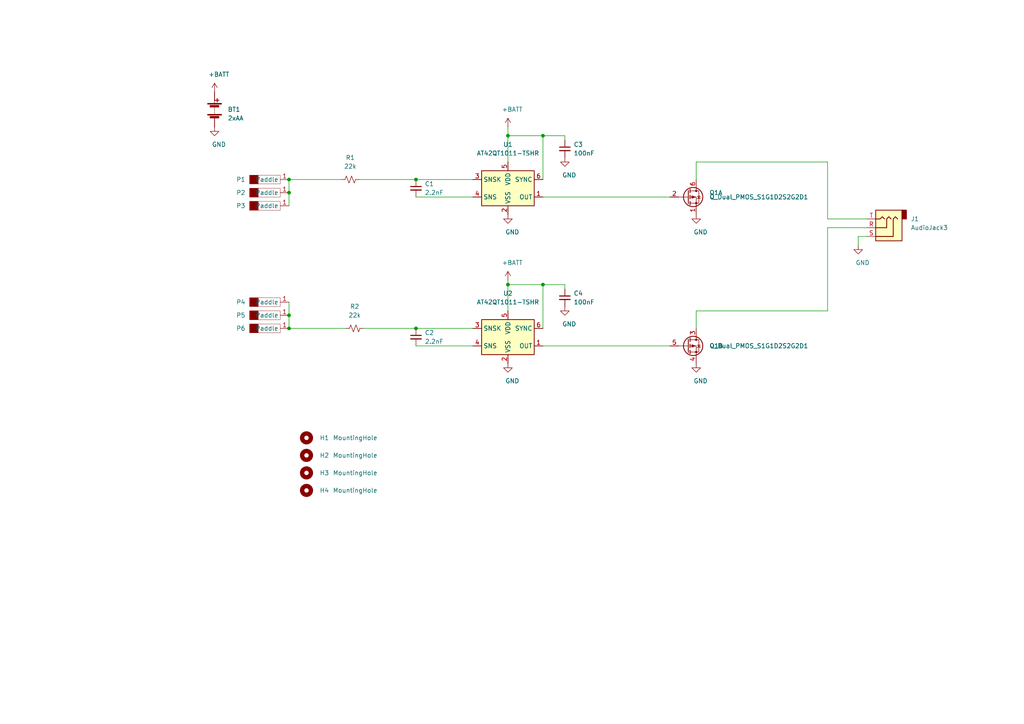
<source format=kicad_sch>
(kicad_sch (version 20201015) (generator eeschema)
  (paper "A4")
  (lib_symbols
    (symbol "08-TouchKey:TouchPaddles_1" (in_bom no)
      (property "Reference" "P" (at 0 0 0))
      (property "Value" "TouchPaddles" (at 2.54 -2.54 0))
      (symbol "TouchPaddles_1_0_1"
        (rectangle (start 2.54 1.27) (end 11.43 -1.27) (stroke (width 0.0006)))
        (rectangle (start 8.89 1.27) (end 11.43 -1.27) (stroke (width 0.001)) (fill (type outline)))
      )
      (symbol "TouchPaddles_1_1_1"
        (pin input line (at 0 0 0) (length 2.54) (name "Paddle") (number "1"))
      )
    )
    (symbol "Connector:AudioJack3"
      (property "Reference" "J" (at 0 8.89 0))
      (property "Value" "AudioJack3" (at 0 6.35 0))
      (symbol "AudioJack3_0_1"
        (rectangle (start -5.08 -5.08) (end -6.35 -2.54) (stroke (width 0.254)) (fill (type outline)))
        (rectangle (start 2.54 3.81) (end -5.08 -5.08) (stroke (width 0.254)) (fill (type background)))
        (polyline (pts (xy 0 -2.54) (xy 0.635 -3.175) (xy 1.27 -2.54) (xy 2.54 -2.54)) (stroke (width 0.254)))
        (polyline (pts (xy -1.905 -2.54) (xy -1.27 -3.175) (xy -0.635 -2.54) (xy -0.635 0) (xy 2.54 0)) (stroke (width 0.254)))
        (polyline (pts (xy 2.54 2.54) (xy -2.54 2.54) (xy -2.54 -2.54) (xy -3.175 -3.175) (xy -3.81 -2.54)) (stroke (width 0.254)))
      )
      (symbol "AudioJack3_1_1"
        (pin passive line (at 5.08 0 180) (length 2.54) (name "~") (number "R"))
        (pin passive line (at 5.08 2.54 180) (length 2.54) (name "~") (number "S"))
        (pin passive line (at 5.08 -2.54 180) (length 2.54) (name "~") (number "T"))
      )
    )
    (symbol "Device:Battery" (pin_numbers hide) (pin_names (offset 0) hide)
      (property "Reference" "BT" (at 2.54 2.54 0))
      (property "Value" "Battery" (at 2.54 0 0))
      (symbol "Battery_0_1"
        (rectangle (start -2.032 -1.397) (end 2.032 -1.651) (fill (type outline)))
        (rectangle (start -2.032 1.778) (end 2.032 1.524) (fill (type outline)))
        (rectangle (start -1.3208 -1.9812) (end 1.27 -2.4892) (fill (type outline)))
        (rectangle (start -1.3208 1.1938) (end 1.27 0.6858) (fill (type outline)))
        (polyline (pts (xy 0 -1.524) (xy 0 -1.27)))
        (polyline (pts (xy 0 -1.016) (xy 0 -0.762)))
        (polyline (pts (xy 0 -0.508) (xy 0 -0.254)))
        (polyline (pts (xy 0 0) (xy 0 0.254)))
        (polyline (pts (xy 0 0.508) (xy 0 0.762)))
        (polyline (pts (xy 0 1.778) (xy 0 2.54)))
        (polyline (pts (xy 0.254 2.667) (xy 1.27 2.667)) (stroke (width 0.254)))
        (polyline (pts (xy 0.762 3.175) (xy 0.762 2.159)) (stroke (width 0.254)))
      )
      (symbol "Battery_1_1"
        (pin passive line (at 0 5.08 270) (length 2.54) (name "+") (number "1"))
        (pin passive line (at 0 -5.08 90) (length 2.54) (name "-") (number "2"))
      )
    )
    (symbol "Device:C_Small" (pin_numbers hide) (pin_names (offset 0.254) hide)
      (property "Reference" "C" (at 0.254 1.778 0))
      (property "Value" "C_Small" (at 0.254 -2.032 0))
      (symbol "C_Small_0_1"
        (polyline (pts (xy -1.524 -0.508) (xy 1.524 -0.508)) (stroke (width 0.3302)))
        (polyline (pts (xy -1.524 0.508) (xy 1.524 0.508)) (stroke (width 0.3048)))
      )
      (symbol "C_Small_1_1"
        (pin passive line (at 0 2.54 270) (length 2.032) (name "~") (number "1"))
        (pin passive line (at 0 -2.54 90) (length 2.032) (name "~") (number "2"))
      )
    )
    (symbol "Device:Q_Dual_PMOS_S1G1D2S2G2D1" (pin_names (offset 0) hide)
      (property "Reference" "Q" (at 6.35 1.27 0))
      (property "Value" "Q_Dual_PMOS_S1G1D2S2G2D1" (at 19.05 -1.27 0))
      (symbol "Q_Dual_PMOS_S1G1D2S2G2D1_0_1"
        (circle (center 1.651 0) (radius 2.794) (stroke (width 0.254)))
        (circle (center 2.54 -1.778) (radius 0.254) (fill (type outline)))
        (circle (center 2.54 1.778) (radius 0.254) (fill (type outline)))
        (polyline (pts (xy 0.254 0) (xy -2.54 0)))
        (polyline (pts (xy 0.254 1.905) (xy 0.254 -1.905)) (stroke (width 0.254)))
        (polyline (pts (xy 0.762 -1.27) (xy 0.762 -2.286)) (stroke (width 0.254)))
        (polyline (pts (xy 0.762 0.508) (xy 0.762 -0.508)) (stroke (width 0.254)))
        (polyline (pts (xy 0.762 2.286) (xy 0.762 1.27)) (stroke (width 0.254)))
        (polyline (pts (xy 2.54 2.54) (xy 2.54 1.778)))
        (polyline (pts (xy 2.54 -2.54) (xy 2.54 0) (xy 0.762 0)))
        (polyline (pts (xy 0.762 1.778) (xy 3.302 1.778) (xy 3.302 -1.778) (xy 0.762 -1.778)))
        (polyline (pts (xy 2.286 0) (xy 1.27 0.381) (xy 1.27 -0.381) (xy 2.286 0)) (fill (type outline)))
        (polyline (pts (xy 2.794 -0.508) (xy 2.921 -0.381) (xy 3.683 -0.381) (xy 3.81 -0.254)))
        (polyline (pts (xy 3.302 -0.381) (xy 2.921 0.254) (xy 3.683 0.254) (xy 3.302 -0.381)))
      )
      (symbol "Q_Dual_PMOS_S1G1D2S2G2D1_1_1"
        (pin passive line (at 2.54 -5.08 90) (length 2.54) (name "S") (number "1"))
        (pin input line (at -5.08 0 0) (length 2.54) (name "G") (number "2"))
        (pin passive line (at 2.54 5.08 270) (length 2.54) (name "D") (number "6"))
      )
      (symbol "Q_Dual_PMOS_S1G1D2S2G2D1_2_1"
        (pin passive line (at 2.54 5.08 270) (length 2.54) (name "D") (number "3"))
        (pin passive line (at 2.54 -5.08 90) (length 2.54) (name "S") (number "4"))
        (pin input line (at -5.08 0 0) (length 2.54) (name "G") (number "5"))
      )
    )
    (symbol "Device:R_Small_US" (pin_numbers hide) (pin_names (offset 0.254) hide)
      (property "Reference" "R" (at 0.762 0.508 0))
      (property "Value" "R_Small_US" (at 0.762 -1.016 0))
      (symbol "R_Small_US_1_1"
        (polyline (pts (xy 0 0) (xy 1.016 -0.381) (xy 0 -0.762) (xy -1.016 -1.143) (xy 0 -1.524)))
        (polyline (pts (xy 0 1.524) (xy 1.016 1.143) (xy 0 0.762) (xy -1.016 0.381) (xy 0 0)))
        (pin passive line (at 0 2.54 270) (length 1.016) (name "~") (number "1"))
        (pin passive line (at 0 -2.54 90) (length 1.016) (name "~") (number "2"))
      )
    )
    (symbol "Mechanical:MountingHole" (pin_names (offset 1.016))
      (property "Reference" "H" (at 0 5.08 0))
      (property "Value" "MountingHole" (at 0 3.175 0))
      (symbol "MountingHole_0_1"
        (circle (center 0 0) (radius 1.27) (stroke (width 1.27)))
      )
    )
    (symbol "Sensor_Touch:AT42QT1011-TSHR"
      (property "Reference" "U" (at -2.54 8.255 0))
      (property "Value" "AT42QT1011-TSHR" (at -2.54 6.35 0))
      (symbol "AT42QT1011-TSHR_0_1"
        (rectangle (start -7.62 5.08) (end 7.62 -5.08) (stroke (width 0.254)) (fill (type background)))
      )
      (symbol "AT42QT1011-TSHR_1_1"
        (pin output line (at -10.16 -2.54 0) (length 2.54) (name "OUT") (number "1"))
        (pin power_in line (at 0 -7.62 90) (length 2.54) (name "VSS") (number "2"))
        (pin passive line (at 10.16 2.54 180) (length 2.54) (name "SNSK") (number "3"))
        (pin passive line (at 10.16 -2.54 180) (length 2.54) (name "SNS") (number "4"))
        (pin power_in line (at 0 7.62 270) (length 2.54) (name "VDD") (number "5"))
        (pin input line (at -10.16 2.54 0) (length 2.54) (name "SYNC") (number "6"))
      )
    )
    (symbol "power:+BATT" (power) (pin_names (offset 0))
      (property "Value" "+BATT" (at 0 3.556 0))
      (symbol "+BATT_0_1"
        (polyline (pts (xy -0.762 1.27) (xy 0 2.54)))
        (polyline (pts (xy 0 0) (xy 0 2.54)))
        (polyline (pts (xy 0 2.54) (xy 0.762 1.27)))
      )
      (symbol "+BATT_1_1"
        (pin power_in line (at 0 0 90) (length 0) hide (name "+BATT") (number "1"))
      )
    )
    (symbol "power:GND" (power) (pin_names (offset 0))
      (property "Value" "GND" (at 0 -3.81 0))
      (symbol "GND_0_1"
        (polyline (pts (xy 0 0) (xy 0 -1.27) (xy 1.27 -1.27) (xy 0 -2.54) (xy -1.27 -1.27) (xy 0 -1.27)))
      )
      (symbol "GND_1_1"
        (pin power_in line (at 0 0 270) (length 0) hide (name "GND") (number "1"))
      )
    )
  )
  (junction (at 83.82 52.07) (diameter 0.9144))
  (junction (at 83.82 55.88) (diameter 0.9144))
  (junction (at 83.82 91.44) (diameter 0.9144))
  (junction (at 83.82 95.25) (diameter 0.9144))
  (junction (at 120.65 52.07) (diameter 0.9144))
  (junction (at 120.65 95.25) (diameter 0.9144))
  (junction (at 147.32 39.37) (diameter 0.9144))
  (junction (at 147.32 82.55) (diameter 0.9144))
  (junction (at 157.48 39.37) (diameter 0.9144))
  (junction (at 157.48 82.55) (diameter 0.9144))
  (wire (pts (xy 83.82 52.07) (xy 83.82 55.88)))
  (wire (pts (xy 83.82 52.07) (xy 99.06 52.07)))
  (wire (pts (xy 83.82 55.88) (xy 83.82 59.69)))
  (wire (pts (xy 83.82 87.63) (xy 83.82 91.44)))
  (wire (pts (xy 83.82 95.25) (xy 83.82 91.44)))
  (wire (pts (xy 83.82 95.25) (xy 100.33 95.25)))
  (wire (pts (xy 104.14 52.07) (xy 120.65 52.07)))
  (wire (pts (xy 105.41 95.25) (xy 120.65 95.25)))
  (wire (pts (xy 120.65 52.07) (xy 137.16 52.07)))
  (wire (pts (xy 120.65 57.15) (xy 137.16 57.15)))
  (wire (pts (xy 120.65 95.25) (xy 137.16 95.25)))
  (wire (pts (xy 120.65 100.33) (xy 137.16 100.33)))
  (wire (pts (xy 147.32 36.83) (xy 147.32 39.37)))
  (wire (pts (xy 147.32 39.37) (xy 147.32 46.99)))
  (wire (pts (xy 147.32 39.37) (xy 157.48 39.37)))
  (wire (pts (xy 147.32 81.28) (xy 147.32 82.55)))
  (wire (pts (xy 147.32 82.55) (xy 147.32 90.17)))
  (wire (pts (xy 147.32 82.55) (xy 157.48 82.55)))
  (wire (pts (xy 157.48 39.37) (xy 157.48 52.07)))
  (wire (pts (xy 157.48 39.37) (xy 163.83 39.37)))
  (wire (pts (xy 157.48 57.15) (xy 194.31 57.15)))
  (wire (pts (xy 157.48 82.55) (xy 157.48 95.25)))
  (wire (pts (xy 157.48 82.55) (xy 163.83 82.55)))
  (wire (pts (xy 157.48 100.33) (xy 194.31 100.33)))
  (wire (pts (xy 163.83 39.37) (xy 163.83 40.64)))
  (wire (pts (xy 163.83 82.55) (xy 163.83 83.82)))
  (wire (pts (xy 201.93 46.99) (xy 240.03 46.99)))
  (wire (pts (xy 201.93 52.07) (xy 201.93 46.99)))
  (wire (pts (xy 201.93 90.17) (xy 240.03 90.17)))
  (wire (pts (xy 201.93 95.25) (xy 201.93 90.17)))
  (wire (pts (xy 240.03 63.5) (xy 240.03 46.99)))
  (wire (pts (xy 240.03 66.04) (xy 240.03 90.17)))
  (wire (pts (xy 248.92 68.58) (xy 248.92 71.12)))
  (wire (pts (xy 251.46 63.5) (xy 240.03 63.5)))
  (wire (pts (xy 251.46 66.04) (xy 240.03 66.04)))
  (wire (pts (xy 251.46 68.58) (xy 248.92 68.58)))
  (symbol (lib_id "power:+BATT") (at 62.23 26.67 0) (unit 1)
    (property "Reference" "#PWR0106" (effects hide))
    (property "Value" "+BATT" (at 63.5 21.59 0))
  )
  (symbol (lib_id "power:+BATT") (at 147.32 36.83 0) (unit 1)
    (property "Reference" "#PWR0104" (effects hide))
    (property "Value" "+BATT" (at 148.59 31.75 0))
  )
  (symbol (lib_id "power:+BATT") (at 147.32 81.28 0) (unit 1)
    (property "Reference" "#PWR0102" (effects hide))
    (property "Value" "+BATT" (at 148.59 76.2 0))
  )
  (symbol (lib_id "power:GND") (at 62.23 36.83 0) (unit 1)
    (property "Reference" "#PWR0107" (effects hide))
    (property "Value" "GND" (at 63.5 41.91 0))
  )
  (symbol (lib_id "power:GND") (at 147.32 62.23 0) (unit 1)
    (property "Reference" "#PWR0101" (effects hide))
    (property "Value" "GND" (at 148.59 67.31 0))
  )
  (symbol (lib_id "power:GND") (at 147.32 105.41 0) (unit 1)
    (property "Reference" "#PWR0103" (effects hide))
    (property "Value" "GND" (at 148.59 110.49 0))
  )
  (symbol (lib_id "power:GND") (at 163.83 45.72 0) (unit 1)
    (property "Reference" "#PWR0105" (effects hide))
    (property "Value" "GND" (at 165.1 50.8 0))
  )
  (symbol (lib_id "power:GND") (at 163.83 88.9 0) (unit 1)
    (property "Reference" "#PWR0109" (effects hide))
    (property "Value" "GND" (at 165.1 93.98 0))
  )
  (symbol (lib_id "power:GND") (at 201.93 62.23 0) (unit 1)
    (property "Reference" "#PWR0110" (effects hide))
    (property "Value" "GND" (at 203.2 67.31 0))
  )
  (symbol (lib_id "power:GND") (at 201.93 105.41 0) (unit 1)
    (property "Reference" "#PWR0108" (effects hide))
    (property "Value" "GND" (at 203.2 110.49 0))
  )
  (symbol (lib_id "power:GND") (at 248.92 71.12 0) (unit 1)
    (property "Reference" "#PWR0111" (effects hide))
    (property "Value" "GND" (at 250.19 76.2 0))
  )
  (symbol (lib_id "Device:R_Small_US") (at 101.6 52.07 90) (unit 1)
    (property "Reference" "R1" (at 101.6 45.72 90))
    (property "Value" "22k" (at 101.6 48.26 90))
    (property "Footprint" "Resistor_SMD:R_0603_1608Metric_Pad0.98x0.95mm_HandSolder" (effects hide))
  )
  (symbol (lib_id "Device:R_Small_US") (at 102.87 95.25 90) (unit 1)
    (property "Reference" "R2" (at 102.87 88.9 90))
    (property "Value" "22k" (at 102.87 91.44 90))
    (property "Footprint" "Resistor_SMD:R_0603_1608Metric_Pad0.98x0.95mm_HandSolder" (effects hide))
  )
  (symbol (lib_id "Mechanical:MountingHole") (at 88.9 127 0) (unit 1)
    (property "Reference" "H1" (at 92.71 127 0) (effects (justify left)))
    (property "Value" "MountingHole" (at 96.52 127 0) (effects (justify left)))
    (property "Footprint" "MountingHole:MountingHole_3.2mm_M3" (effects hide))
  )
  (symbol (lib_id "Mechanical:MountingHole") (at 88.9 132.08 0) (unit 1)
    (property "Reference" "H2" (at 92.71 132.08 0) (effects (justify left)))
    (property "Value" "MountingHole" (at 96.52 132.08 0) (effects (justify left)))
    (property "Footprint" "MountingHole:MountingHole_3.2mm_M3" (effects hide))
  )
  (symbol (lib_id "Mechanical:MountingHole") (at 88.9 137.16 0) (unit 1)
    (property "Reference" "H3" (at 92.71 137.16 0) (effects (justify left)))
    (property "Value" "MountingHole" (at 96.52 137.16 0) (effects (justify left)))
    (property "Footprint" "MountingHole:MountingHole_3.2mm_M3" (effects hide))
  )
  (symbol (lib_id "Mechanical:MountingHole") (at 88.9 142.24 0) (unit 1)
    (property "Reference" "H4" (at 92.71 142.24 0) (effects (justify left)))
    (property "Value" "MountingHole" (at 96.52 142.24 0) (effects (justify left)))
    (property "Footprint" "MountingHole:MountingHole_3.2mm_M3" (effects hide))
  )
  (symbol (lib_id "Device:C_Small") (at 120.65 54.61 0) (unit 1)
    (property "Reference" "C1" (at 123.19 53.34 0) (effects (justify left)))
    (property "Value" "2.2nF" (at 123.19 55.88 0) (effects (justify left)))
    (property "Footprint" "Capacitor_SMD:C_0603_1608Metric_Pad1.08x0.95mm_HandSolder" (effects hide))
  )
  (symbol (lib_id "Device:C_Small") (at 120.65 97.79 0) (unit 1)
    (property "Reference" "C2" (at 123.19 96.52 0) (effects (justify left)))
    (property "Value" "2.2nF" (at 123.19 99.06 0) (effects (justify left)))
    (property "Footprint" "Capacitor_SMD:C_0603_1608Metric_Pad1.08x0.95mm_HandSolder" (effects hide))
  )
  (symbol (lib_id "Device:C_Small") (at 163.83 43.18 0) (unit 1)
    (property "Reference" "C3" (at 166.37 41.91 0) (effects (justify left)))
    (property "Value" "100nF" (at 166.37 44.45 0) (effects (justify left)))
    (property "Footprint" "Capacitor_SMD:C_0603_1608Metric_Pad1.08x0.95mm_HandSolder" (effects hide))
  )
  (symbol (lib_id "Device:C_Small") (at 163.83 86.36 0) (unit 1)
    (property "Reference" "C4" (at 166.37 85.09 0) (effects (justify left)))
    (property "Value" "100nF" (at 166.37 87.63 0) (effects (justify left)))
    (property "Footprint" "Capacitor_SMD:C_0603_1608Metric_Pad1.08x0.95mm_HandSolder" (effects hide))
  )
  (symbol (lib_name "08-TouchKey:TouchPaddles_1") (lib_id "08-TouchKey:TouchPaddles") (at 83.82 52.07 0) (mirror y) (unit 1) (in_bom no)
    (property "Reference" "P1" (at 69.85 52.07 0))
    (property "Value" "TouchPaddles" (effects hide))
    (property "Footprint" "08-TouchKey:PaddleBase" (effects hide))
  )
  (symbol (lib_name "08-TouchKey:TouchPaddles_1") (lib_id "08-TouchKey:TouchPaddles") (at 83.82 55.88 0) (mirror y) (unit 1) (in_bom no)
    (property "Reference" "P2" (at 69.85 55.88 0))
    (property "Value" "TouchPaddles" (effects hide))
    (property "Footprint" "08-TouchKey:PaddleBase" (effects hide))
  )
  (symbol (lib_name "08-TouchKey:TouchPaddles_1") (lib_id "08-TouchKey:TouchPaddles") (at 83.82 59.69 0) (mirror y) (unit 1) (in_bom no)
    (property "Reference" "P3" (at 69.85 59.69 0))
    (property "Value" "TouchPaddles" (effects hide))
    (property "Footprint" "08-TouchKey:PaddleBase" (effects hide))
  )
  (symbol (lib_name "08-TouchKey:TouchPaddles_1") (lib_id "08-TouchKey:TouchPaddles") (at 83.82 87.63 0) (mirror y) (unit 1) (in_bom no)
    (property "Reference" "P4" (at 69.85 87.63 0))
    (property "Value" "TouchPaddles" (effects hide))
    (property "Footprint" "08-TouchKey:PaddleBase" (effects hide))
  )
  (symbol (lib_name "08-TouchKey:TouchPaddles_1") (lib_id "08-TouchKey:TouchPaddles") (at 83.82 91.44 0) (mirror y) (unit 1) (in_bom no)
    (property "Reference" "P5" (at 69.85 91.44 0))
    (property "Value" "TouchPaddles" (effects hide))
    (property "Footprint" "08-TouchKey:PaddleBase" (effects hide))
  )
  (symbol (lib_name "08-TouchKey:TouchPaddles_1") (lib_id "08-TouchKey:TouchPaddles") (at 83.82 95.25 0) (mirror y) (unit 1) (in_bom no)
    (property "Reference" "P6" (at 69.85 95.25 0))
    (property "Value" "TouchPaddles" (effects hide))
    (property "Footprint" "08-TouchKey:PaddleBase" (effects hide))
  )
  (symbol (lib_id "Device:Battery") (at 62.23 31.75 0) (unit 1)
    (property "Reference" "BT1" (at 66.04 31.75 0) (effects (justify left)))
    (property "Value" "2xAA" (at 66.04 34.29 0) (effects (justify left)))
    (property "Footprint" "Battery:BatteryHolder_Keystone_2462_2xAA" (effects hide))
  )
  (symbol (lib_id "Device:Q_Dual_PMOS_S1G1D2S2G2D1") (at 199.39 57.15 0) (unit 1)
    (property "Reference" "Q1" (at 205.74 55.88 0) (effects (justify left)))
    (property "Value" "Q_Dual_PMOS_S1G1D2S2G2D1" (at 205.74 57.15 0) (effects (justify left)))
    (property "Footprint" "Package_TO_SOT_SMD:SOT-23-6_Handsoldering" (effects hide))
  )
  (symbol (lib_id "Device:Q_Dual_PMOS_S1G1D2S2G2D1") (at 199.39 100.33 0) (unit 2)
    (property "Reference" "Q1" (at 205.74 100.33 0) (effects (justify left)))
    (property "Value" "Q_Dual_PMOS_S1G1D2S2G2D1" (at 205.74 100.33 0) (effects (justify left)))
    (property "Footprint" "Package_TO_SOT_SMD:SOT-23-6_Handsoldering" (effects hide))
  )
  (symbol (lib_id "Connector:AudioJack3") (at 256.54 66.04 180) (unit 1)
    (property "Reference" "J1" (at 264.16 63.5 0) (effects (justify right)))
    (property "Value" "AudioJack3" (at 264.16 66.04 0) (effects (justify right)))
    (property "Footprint" "Connector_Audio:Jack_3.5mm_CUI_SJ-3523-SMT_Horizontal" (effects hide))
  )
  (symbol (lib_id "Sensor_Touch:AT42QT1011-TSHR") (at 147.32 54.61 0) (mirror y) (unit 1)
    (property "Reference" "U1" (at 147.32 41.91 0))
    (property "Value" "AT42QT1011-TSHR" (at 147.32 44.45 0))
    (property "Footprint" "Package_TO_SOT_SMD:SOT-23-6" (effects hide))
    (property "Datasheet" "http://ww1.microchip.com/downloads/en/DeviceDoc/40001947A.pdf" (effects hide))
  )
  (symbol (lib_id "Sensor_Touch:AT42QT1011-TSHR") (at 147.32 97.79 0) (mirror y) (unit 1)
    (property "Reference" "U2" (at 147.32 85.09 0))
    (property "Value" "AT42QT1011-TSHR" (at 147.32 87.63 0))
    (property "Footprint" "Package_TO_SOT_SMD:SOT-23-6" (effects hide))
    (property "Datasheet" "http://ww1.microchip.com/downloads/en/DeviceDoc/40001947A.pdf" (effects hide))
  )
)
</source>
